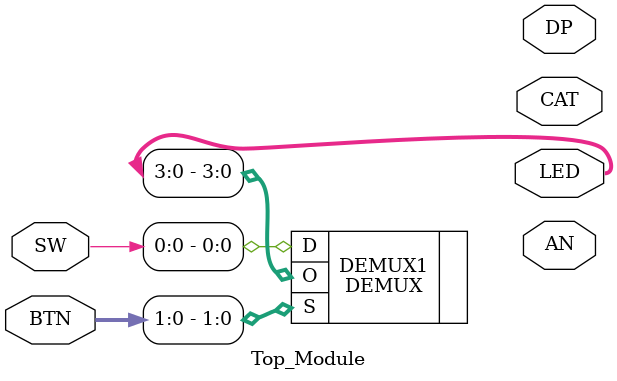
<source format=v>
`timescale 1ns / 1ps
module Top_Module(
    input [7:0]SW,
    input [3:0]BTN,
    output [7:0]LED,
    output [6:0]CAT,
    output [3:0]AN,
    output [0:0]DP
    );
/*
    DECODER DECODER1(
    .IN(SW[3:0]),
    .OUT({DP,CAT,LED})
    );
    
*/    

/*  ENCODER ENCODER1(
    .IN(SW[3:0]),
    .OUT(LED[1:0]),
    .V(LED[7])
    );
    assign AN = 4'b1111;
    */
/*
   MUX MUX1(
    .D(SW[3:0]),
    .S(BTN[1:0]),
    .O(LED[0]));
    assign AN = 4'b1110;
*/
    DEMUX DEMUX1(
    .D(SW[0]),
    .S(BTN[1:0]),
    .O(LED[3:0]));

endmodule
</source>
